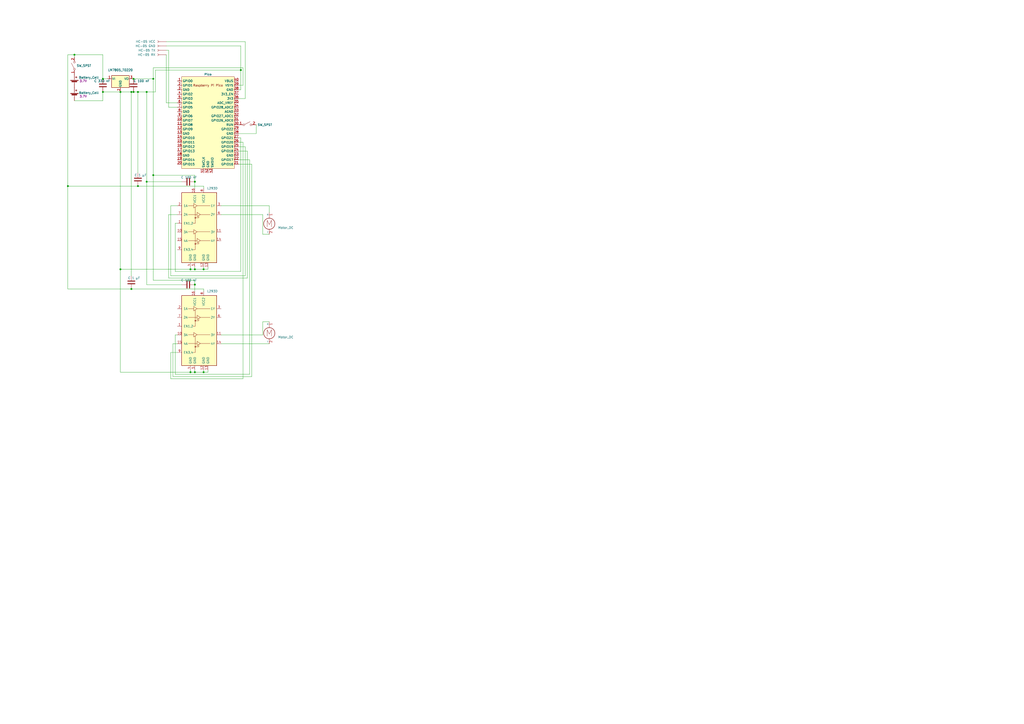
<source format=kicad_sch>
(kicad_sch (version 20211123) (generator eeschema)
  (paper "A2")
  (lib_symbols
    (symbol "Connector:Conn_01x01_Female" (pin_numbers hide) (pin_names (offset 1.016) hide)
      (property "Reference" "J" (at 0 2.54 0))
      (property "Value" "Conn_01x01_Female" (at 0 -2.54 0))
      (symbol "Conn_01x01_Female_1_1"
        (polyline (pts (xy -1.27 0) (xy -0.508 0)) (stroke (width 0.1524)))
        (arc (start 0 0.508) (mid -0.508 0) (end 0 -0.508) (stroke (width 0.1524)))
        (pin passive line (at -5.08 0 0) (length 3.81) (name "Pin_1") (number "1"))
      )
    )
    (symbol "Device:Battery_Cell" (pin_numbers hide) (pin_names (offset 0) hide)
      (property "Reference" "BT" (at 2.54 2.54 0))
      (property "Value" "Battery_Cell" (at 2.54 0 0))
      (symbol "Battery_Cell_0_1"
        (rectangle (start -2.286 1.778) (end 2.286 1.524) (fill (type outline)))
        (rectangle (start -1.5748 1.1938) (end 1.4732 0.6858) (fill (type outline)))
        (polyline (pts (xy 0 0.762) (xy 0 0)))
        (polyline (pts (xy 0 1.778) (xy 0 2.54)))
        (polyline (pts (xy 0.508 3.429) (xy 1.524 3.429)) (stroke (width 0.254)))
        (polyline (pts (xy 1.016 3.937) (xy 1.016 2.921)) (stroke (width 0.254)))
      )
      (symbol "Battery_Cell_1_1"
        (pin passive line (at 0 5.08 270) (length 2.54) (name "+") (number "1"))
        (pin passive line (at 0 -2.54 90) (length 2.54) (name "-") (number "2"))
      )
    )
    (symbol "Device:C" (pin_numbers hide) (pin_names (offset 0.254))
      (property "Reference" "C" (at 0.635 2.54 0))
      (property "Value" "C" (at 0.635 -2.54 0))
      (symbol "C_0_1"
        (polyline (pts (xy -2.032 -0.762) (xy 2.032 -0.762)) (stroke (width 0.508)))
        (polyline (pts (xy -2.032 0.762) (xy 2.032 0.762)) (stroke (width 0.508)))
      )
      (symbol "C_1_1"
        (pin passive line (at 0 3.81 270) (length 2.794) (name "~") (number "1"))
        (pin passive line (at 0 -3.81 90) (length 2.794) (name "~") (number "2"))
      )
    )
    (symbol "Driver_Motor:L293D" (pin_names (offset 1.016))
      (property "Reference" "U" (at -5.08 26.035 0))
      (property "Value" "L293D" (at -5.08 24.13 0))
      (symbol "L293D_0_1"
        (rectangle (start -10.16 22.86) (end 10.16 -17.78) (stroke (width 0.254)) (fill (type background)))
        (circle (center -2.286 -6.858) (radius 0.254) (fill (type outline)))
        (circle (center -2.286 8.255) (radius 0.254) (fill (type outline)))
        (polyline (pts (xy -6.35 -4.953) (xy -1.27 -4.953)))
        (polyline (pts (xy -6.35 0.127) (xy -3.175 0.127)))
        (polyline (pts (xy -6.35 10.16) (xy -1.27 10.16)))
        (polyline (pts (xy -6.35 15.24) (xy -3.175 15.24)))
        (polyline (pts (xy -1.27 0.127) (xy 6.35 0.127)))
        (polyline (pts (xy -1.27 15.24) (xy 6.35 15.24)))
        (polyline (pts (xy 0.635 -4.953) (xy 6.35 -4.953)))
        (polyline (pts (xy 0.635 10.16) (xy 6.35 10.16)))
        (polyline (pts (xy -2.286 -6.858) (xy -0.254 -6.858) (xy -0.254 -5.588)))
        (polyline (pts (xy -2.286 -0.635) (xy -2.286 -10.16) (xy -3.556 -10.16)))
        (polyline (pts (xy -2.286 8.255) (xy -0.254 8.255) (xy -0.254 9.525)))
        (polyline (pts (xy -2.286 14.478) (xy -2.286 5.08) (xy -3.556 5.08)))
        (polyline (pts (xy -3.175 1.397) (xy -3.175 -1.143) (xy -1.27 0.127) (xy -3.175 1.397)))
        (polyline (pts (xy -3.175 16.51) (xy -3.175 13.97) (xy -1.27 15.24) (xy -3.175 16.51)))
        (polyline (pts (xy -1.27 -3.683) (xy -1.27 -6.223) (xy 0.635 -4.953) (xy -1.27 -3.683)))
        (polyline (pts (xy -1.27 11.43) (xy -1.27 8.89) (xy 0.635 10.16) (xy -1.27 11.43)))
      )
      (symbol "L293D_1_1"
        (pin input line (at -12.7 5.08 0) (length 2.54) (name "EN1,2") (number "1"))
        (pin input line (at -12.7 0 0) (length 2.54) (name "3A") (number "10"))
        (pin output line (at 12.7 0 180) (length 2.54) (name "3Y") (number "11"))
        (pin power_in line (at 2.54 -20.32 90) (length 2.54) (name "GND") (number "12"))
        (pin power_in line (at 5.08 -20.32 90) (length 2.54) (name "GND") (number "13"))
        (pin output line (at 12.7 -5.08 180) (length 2.54) (name "4Y") (number "14"))
        (pin input line (at -12.7 -5.08 0) (length 2.54) (name "4A") (number "15"))
        (pin power_in line (at -2.54 25.4 270) (length 2.54) (name "VCC1") (number "16"))
        (pin input line (at -12.7 15.24 0) (length 2.54) (name "1A") (number "2"))
        (pin output line (at 12.7 15.24 180) (length 2.54) (name "1Y") (number "3"))
        (pin power_in line (at -5.08 -20.32 90) (length 2.54) (name "GND") (number "4"))
        (pin power_in line (at -2.54 -20.32 90) (length 2.54) (name "GND") (number "5"))
        (pin output line (at 12.7 10.16 180) (length 2.54) (name "2Y") (number "6"))
        (pin input line (at -12.7 10.16 0) (length 2.54) (name "2A") (number "7"))
        (pin power_in line (at 2.54 25.4 270) (length 2.54) (name "VCC2") (number "8"))
        (pin input line (at -12.7 -10.16 0) (length 2.54) (name "EN3,4") (number "9"))
      )
    )
    (symbol "MCU_RaspberryPi_and_Boards:Pico"
      (property "Reference" "U" (at -13.97 27.94 0))
      (property "Value" "Pico" (at 0 19.05 0))
      (symbol "Pico_0_0"
        (text "Raspberry Pi Pico" (at 0 21.59 0) (effects (font (size 1.27 1.27))))
      )
      (symbol "Pico_0_1"
        (rectangle (start -15.24 26.67) (end 15.24 -26.67) (fill (type background)))
      )
      (symbol "Pico_1_1"
        (pin bidirectional line (at -17.78 24.13 0) (length 2.54) (name "GPIO0") (number "1"))
        (pin bidirectional line (at -17.78 1.27 0) (length 2.54) (name "GPIO7") (number "10"))
        (pin bidirectional line (at -17.78 -1.27 0) (length 2.54) (name "GPIO8") (number "11"))
        (pin bidirectional line (at -17.78 -3.81 0) (length 2.54) (name "GPIO9") (number "12"))
        (pin power_in line (at -17.78 -6.35 0) (length 2.54) (name "GND") (number "13"))
        (pin bidirectional line (at -17.78 -8.89 0) (length 2.54) (name "GPIO10") (number "14"))
        (pin bidirectional line (at -17.78 -11.43 0) (length 2.54) (name "GPIO11") (number "15"))
        (pin bidirectional line (at -17.78 -13.97 0) (length 2.54) (name "GPIO12") (number "16"))
        (pin bidirectional line (at -17.78 -16.51 0) (length 2.54) (name "GPIO13") (number "17"))
        (pin power_in line (at -17.78 -19.05 0) (length 2.54) (name "GND") (number "18"))
        (pin bidirectional line (at -17.78 -21.59 0) (length 2.54) (name "GPIO14") (number "19"))
        (pin bidirectional line (at -17.78 21.59 0) (length 2.54) (name "GPIO1") (number "2"))
        (pin bidirectional line (at -17.78 -24.13 0) (length 2.54) (name "GPIO15") (number "20"))
        (pin bidirectional line (at 17.78 -24.13 180) (length 2.54) (name "GPIO16") (number "21"))
        (pin bidirectional line (at 17.78 -21.59 180) (length 2.54) (name "GPIO17") (number "22"))
        (pin power_in line (at 17.78 -19.05 180) (length 2.54) (name "GND") (number "23"))
        (pin bidirectional line (at 17.78 -16.51 180) (length 2.54) (name "GPIO18") (number "24"))
        (pin bidirectional line (at 17.78 -13.97 180) (length 2.54) (name "GPIO19") (number "25"))
        (pin bidirectional line (at 17.78 -11.43 180) (length 2.54) (name "GPIO20") (number "26"))
        (pin bidirectional line (at 17.78 -8.89 180) (length 2.54) (name "GPIO21") (number "27"))
        (pin power_in line (at 17.78 -6.35 180) (length 2.54) (name "GND") (number "28"))
        (pin bidirectional line (at 17.78 -3.81 180) (length 2.54) (name "GPIO22") (number "29"))
        (pin power_in line (at -17.78 19.05 0) (length 2.54) (name "GND") (number "3"))
        (pin input line (at 17.78 -1.27 180) (length 2.54) (name "RUN") (number "30"))
        (pin bidirectional line (at 17.78 1.27 180) (length 2.54) (name "GPIO26_ADC0") (number "31"))
        (pin bidirectional line (at 17.78 3.81 180) (length 2.54) (name "GPIO27_ADC1") (number "32"))
        (pin power_in line (at 17.78 6.35 180) (length 2.54) (name "AGND") (number "33"))
        (pin bidirectional line (at 17.78 8.89 180) (length 2.54) (name "GPIO28_ADC2") (number "34"))
        (pin power_in line (at 17.78 11.43 180) (length 2.54) (name "ADC_VREF") (number "35"))
        (pin power_in line (at 17.78 13.97 180) (length 2.54) (name "3V3") (number "36"))
        (pin input line (at 17.78 16.51 180) (length 2.54) (name "3V3_EN") (number "37"))
        (pin bidirectional line (at 17.78 19.05 180) (length 2.54) (name "GND") (number "38"))
        (pin power_in line (at 17.78 21.59 180) (length 2.54) (name "VSYS") (number "39"))
        (pin bidirectional line (at -17.78 16.51 0) (length 2.54) (name "GPIO2") (number "4"))
        (pin power_in line (at 17.78 24.13 180) (length 2.54) (name "VBUS") (number "40"))
        (pin input line (at -2.54 -29.21 90) (length 2.54) (name "SWCLK") (number "41"))
        (pin power_in line (at 0 -29.21 90) (length 2.54) (name "GND") (number "42"))
        (pin bidirectional line (at 2.54 -29.21 90) (length 2.54) (name "SWDIO") (number "43"))
        (pin bidirectional line (at -17.78 13.97 0) (length 2.54) (name "GPIO3") (number "5"))
        (pin bidirectional line (at -17.78 11.43 0) (length 2.54) (name "GPIO4") (number "6"))
        (pin bidirectional line (at -17.78 8.89 0) (length 2.54) (name "GPIO5") (number "7"))
        (pin power_in line (at -17.78 6.35 0) (length 2.54) (name "GND") (number "8"))
        (pin bidirectional line (at -17.78 3.81 0) (length 2.54) (name "GPIO6") (number "9"))
      )
    )
    (symbol "Motor:Motor_DC" (pin_names (offset 0))
      (property "Reference" "M" (at 2.54 2.54 0))
      (property "Value" "Motor_DC" (at 2.54 -5.08 0))
      (symbol "Motor_DC_0_0"
        (polyline (pts (xy -1.27 -3.302) (xy -1.27 0.508) (xy 0 -2.032) (xy 1.27 0.508) (xy 1.27 -3.302)))
      )
      (symbol "Motor_DC_0_1"
        (circle (center 0 -1.524) (radius 3.2512) (stroke (width 0.254)))
        (polyline (pts (xy 0 -7.62) (xy 0 -7.112)))
        (polyline (pts (xy 0 -4.7752) (xy 0 -5.1816)))
        (polyline (pts (xy 0 1.7272) (xy 0 2.0828)))
        (polyline (pts (xy 0 2.032) (xy 0 2.54)))
      )
      (symbol "Motor_DC_1_1"
        (pin passive line (at 0 5.08 270) (length 2.54) (name "+") (number "1"))
        (pin passive line (at 0 -7.62 90) (length 2.54) (name "-") (number "2"))
      )
    )
    (symbol "Regulator_Linear:LM7805_TO220" (pin_names (offset 0.254))
      (property "Reference" "U" (at -3.81 3.175 0))
      (property "Value" "LM7805_TO220" (at 0 3.175 0))
      (symbol "LM7805_TO220_0_1"
        (rectangle (start -5.08 1.905) (end 5.08 -5.08) (stroke (width 0.254)) (fill (type background)))
      )
      (symbol "LM7805_TO220_1_1"
        (pin power_in line (at -7.62 0 0) (length 2.54) (name "VI") (number "1"))
        (pin power_in line (at 0 -7.62 90) (length 2.54) (name "GND") (number "2"))
        (pin power_out line (at 7.62 0 180) (length 2.54) (name "VO") (number "3"))
      )
    )
    (symbol "Switch:SW_SPST" (pin_names (offset 0) hide)
      (property "Reference" "SW" (at 0 3.175 0))
      (property "Value" "SW_SPST" (at 0 -2.54 0))
      (symbol "SW_SPST_0_0"
        (circle (center -2.032 0) (radius 0.508))
        (polyline (pts (xy -1.524 0.254) (xy 1.524 1.778)))
        (circle (center 2.032 0) (radius 0.508))
      )
      (symbol "SW_SPST_1_1"
        (pin passive line (at -5.08 0 0) (length 2.54) (name "A") (number "1"))
        (pin passive line (at 5.08 0 180) (length 2.54) (name "B") (number "2"))
      )
    )
  )
  (junction (at 118.11 156.21))
  (junction (at 76.2 53.34))
  (junction (at 88.9 45.72))
  (junction (at 118.11 215.9))
  (junction (at 110.49 156.21))
  (junction (at 76.2 167.64))
  (junction (at 43.18 31.75))
  (junction (at 59.69 53.34))
  (junction (at 88.9 101.6))
  (junction (at 85.09 53.34))
  (junction (at 59.69 45.72))
  (junction (at 39.37 107.95))
  (junction (at 80.01 53.34))
  (junction (at 85.09 105.41))
  (junction (at 69.85 53.34))
  (junction (at 113.03 165.1))
  (junction (at 139.7 40.64))
  (junction (at 77.47 45.72))
  (junction (at 113.03 156.21))
  (junction (at 77.47 53.34))
  (junction (at 69.85 156.21))
  (junction (at 113.03 105.41))
  (junction (at 110.49 215.9))
  (junction (at 113.03 215.9))
  (junction (at 80.01 107.95))
  (wire (pts (xy 101.6 157.48) (xy 101.6 129.54)))
  (wire (pts (xy 120.65 154.94) (xy 120.65 156.21)))
  (wire (pts (xy 99.06 219.71) (xy 140.97 219.71)))
  (wire (pts (xy 148.59 77.47) (xy 138.43 77.47)))
  (wire (pts (xy 152.4 186.69) (xy 156.21 186.69)))
  (wire (pts (xy 80.01 53.34) (xy 80.01 100.33)))
  (wire (pts (xy 69.85 156.21) (xy 69.85 53.34)))
  (wire (pts (xy 140.97 82.55) (xy 140.97 219.71)))
  (wire (pts (xy 156.21 119.38) (xy 156.21 123.19)))
  (wire (pts (xy 138.43 95.25) (xy 146.05 95.25)))
  (wire (pts (xy 69.85 215.9) (xy 69.85 156.21)))
  (wire (pts (xy 97.79 124.46) (xy 102.87 124.46)))
  (wire (pts (xy 96.52 26.67) (xy 139.7 26.67)))
  (wire (pts (xy 118.11 215.9) (xy 113.03 215.9)))
  (wire (pts (xy 113.03 105.41) (xy 113.03 109.22)))
  (wire (pts (xy 113.03 154.94) (xy 113.03 156.21)))
  (wire (pts (xy 88.9 39.37) (xy 88.9 45.72)))
  (wire (pts (xy 110.49 215.9) (xy 69.85 215.9)))
  (wire (pts (xy 142.24 160.02) (xy 99.06 160.02)))
  (wire (pts (xy 138.43 87.63) (xy 143.51 87.63)))
  (wire (pts (xy 113.03 101.6) (xy 113.03 105.41)))
  (wire (pts (xy 110.49 156.21) (xy 69.85 156.21)))
  (wire (pts (xy 113.03 162.56) (xy 113.03 165.1)))
  (wire (pts (xy 142.24 57.15) (xy 138.43 57.15)))
  (wire (pts (xy 113.03 215.9) (xy 110.49 215.9)))
  (wire (pts (xy 88.9 101.6) (xy 88.9 162.56)))
  (wire (pts (xy 118.11 154.94) (xy 118.11 156.21)))
  (wire (pts (xy 85.09 53.34) (xy 80.01 53.34)))
  (wire (pts (xy 80.01 107.95) (xy 118.11 107.95)))
  (wire (pts (xy 101.6 129.54) (xy 102.87 129.54)))
  (wire (pts (xy 139.7 26.67) (xy 139.7 40.64)))
  (wire (pts (xy 59.69 45.72) (xy 62.23 45.72)))
  (wire (pts (xy 110.49 156.21) (xy 113.03 156.21)))
  (wire (pts (xy 43.18 31.75) (xy 39.37 31.75)))
  (wire (pts (xy 102.87 194.31) (xy 101.6 194.31)))
  (wire (pts (xy 39.37 107.95) (xy 80.01 107.95)))
  (wire (pts (xy 142.24 85.09) (xy 142.24 160.02)))
  (wire (pts (xy 142.24 24.13) (xy 142.24 57.15)))
  (wire (pts (xy 139.7 157.48) (xy 101.6 157.48)))
  (wire (pts (xy 88.9 101.6) (xy 113.03 101.6)))
  (wire (pts (xy 90.17 40.64) (xy 90.17 53.34)))
  (wire (pts (xy 100.33 218.44) (xy 146.05 218.44)))
  (wire (pts (xy 97.79 29.21) (xy 96.52 29.21)))
  (wire (pts (xy 120.65 215.9) (xy 118.11 215.9)))
  (wire (pts (xy 59.69 53.34) (xy 69.85 53.34)))
  (wire (pts (xy 113.03 165.1) (xy 113.03 168.91)))
  (wire (pts (xy 97.79 62.23) (xy 97.79 29.21)))
  (wire (pts (xy 110.49 214.63) (xy 110.49 215.9)))
  (wire (pts (xy 99.06 160.02) (xy 99.06 119.38)))
  (wire (pts (xy 76.2 53.34) (xy 76.2 160.02)))
  (wire (pts (xy 143.51 161.29) (xy 97.79 161.29)))
  (wire (pts (xy 76.2 53.34) (xy 77.47 53.34)))
  (wire (pts (xy 152.4 135.89) (xy 156.21 135.89)))
  (wire (pts (xy 146.05 95.25) (xy 146.05 218.44)))
  (wire (pts (xy 59.69 31.75) (xy 59.69 45.72)))
  (wire (pts (xy 113.03 156.21) (xy 118.11 156.21)))
  (wire (pts (xy 77.47 45.72) (xy 88.9 45.72)))
  (wire (pts (xy 59.69 58.42) (xy 59.69 53.34)))
  (wire (pts (xy 138.43 92.71) (xy 144.78 92.71)))
  (wire (pts (xy 152.4 124.46) (xy 152.4 135.89)))
  (wire (pts (xy 97.79 161.29) (xy 97.79 124.46)))
  (wire (pts (xy 105.41 165.1) (xy 85.09 165.1)))
  (wire (pts (xy 101.6 217.17) (xy 144.78 217.17)))
  (wire (pts (xy 101.6 194.31) (xy 101.6 217.17)))
  (wire (pts (xy 139.7 80.01) (xy 139.7 157.48)))
  (wire (pts (xy 152.4 194.31) (xy 152.4 186.69)))
  (wire (pts (xy 105.41 105.41) (xy 85.09 105.41)))
  (wire (pts (xy 39.37 31.75) (xy 39.37 107.95)))
  (wire (pts (xy 39.37 167.64) (xy 39.37 107.95)))
  (wire (pts (xy 85.09 165.1) (xy 85.09 105.41)))
  (wire (pts (xy 138.43 49.53) (xy 140.97 49.53)))
  (wire (pts (xy 43.18 31.75) (xy 43.18 33.02)))
  (wire (pts (xy 69.85 53.34) (xy 76.2 53.34)))
  (wire (pts (xy 102.87 199.39) (xy 100.33 199.39)))
  (wire (pts (xy 113.03 214.63) (xy 113.03 215.9)))
  (wire (pts (xy 144.78 92.71) (xy 144.78 217.17)))
  (wire (pts (xy 99.06 204.47) (xy 99.06 219.71)))
  (wire (pts (xy 128.27 199.39) (xy 156.21 199.39)))
  (wire (pts (xy 76.2 167.64) (xy 39.37 167.64)))
  (wire (pts (xy 148.59 72.39) (xy 148.59 77.47)))
  (wire (pts (xy 99.06 119.38) (xy 102.87 119.38)))
  (wire (pts (xy 43.18 31.75) (xy 59.69 31.75)))
  (wire (pts (xy 139.7 52.07) (xy 139.7 40.64)))
  (wire (pts (xy 96.52 59.69) (xy 96.52 31.75)))
  (wire (pts (xy 128.27 124.46) (xy 152.4 124.46)))
  (wire (pts (xy 118.11 167.64) (xy 118.11 168.91)))
  (wire (pts (xy 88.9 45.72) (xy 88.9 101.6)))
  (wire (pts (xy 110.49 154.94) (xy 110.49 156.21)))
  (wire (pts (xy 138.43 85.09) (xy 142.24 85.09)))
  (wire (pts (xy 118.11 156.21) (xy 120.65 156.21)))
  (wire (pts (xy 118.11 214.63) (xy 118.11 215.9)))
  (wire (pts (xy 100.33 199.39) (xy 100.33 218.44)))
  (wire (pts (xy 128.27 119.38) (xy 156.21 119.38)))
  (wire (pts (xy 76.2 167.64) (xy 118.11 167.64)))
  (wire (pts (xy 139.7 40.64) (xy 90.17 40.64)))
  (wire (pts (xy 138.43 80.01) (xy 139.7 80.01)))
  (wire (pts (xy 43.18 58.42) (xy 59.69 58.42)))
  (wire (pts (xy 85.09 105.41) (xy 85.09 53.34)))
  (wire (pts (xy 102.87 204.47) (xy 99.06 204.47)))
  (wire (pts (xy 85.09 53.34) (xy 90.17 53.34)))
  (wire (pts (xy 118.11 107.95) (xy 118.11 109.22)))
  (wire (pts (xy 102.87 62.23) (xy 97.79 62.23)))
  (wire (pts (xy 120.65 214.63) (xy 120.65 215.9)))
  (wire (pts (xy 96.52 24.13) (xy 142.24 24.13)))
  (wire (pts (xy 140.97 49.53) (xy 140.97 39.37)))
  (wire (pts (xy 128.27 194.31) (xy 152.4 194.31)))
  (wire (pts (xy 138.43 52.07) (xy 139.7 52.07)))
  (wire (pts (xy 138.43 82.55) (xy 140.97 82.55)))
  (wire (pts (xy 140.97 39.37) (xy 88.9 39.37)))
  (wire (pts (xy 88.9 162.56) (xy 113.03 162.56)))
  (wire (pts (xy 80.01 53.34) (xy 77.47 53.34)))
  (wire (pts (xy 102.87 59.69) (xy 96.52 59.69)))
  (wire (pts (xy 143.51 87.63) (xy 143.51 161.29)))
  (symbol (lib_id "Switch:SW_SPST") (at 43.18 38.1 90) (unit 1)
    (property "Reference" "SW?" (effects hide))
    (property "Value" "SW_SPST" (at 44.45 38.0999 90) (effects (justify right)))
  )
  (symbol (lib_id "Device:Battery_Cell") (at 43.18 55.88 0) (unit 1)
    (property "Reference" "BT?" (effects hide))
    (property "Value" "Battery_Cell" (at 45.72 53.8479 0) (effects (justify left)))
    (property "Voltage" "3.7V" (at 48.26 55.88 0))
  )
  (symbol (lib_id "Driver_Motor:L293D") (at 115.57 134.62 0) (unit 1)
    (property "Reference" "U?" (effects hide))
    (property "Value" "L293D" (at 120.1294 109.22 0) (effects (justify left)))
    (property "Footprint" "Package_DIP:DIP-16_W7.62mm" (effects hide))
    (property "Datasheet" "http://www.ti.com/lit/ds/symlink/l293.pdf" (effects hide))
  )
  (symbol (lib_id "Driver_Motor:L293D") (at 115.57 194.31 0) (unit 1)
    (property "Reference" "U?" (effects hide))
    (property "Value" "L293D" (at 120.1294 168.91 0) (effects (justify left)))
    (property "Footprint" "Package_DIP:DIP-16_W7.62mm" (effects hide))
    (property "Datasheet" "http://www.ti.com/lit/ds/symlink/l293.pdf" (effects hide))
  )
  (symbol (lib_id "Device:C") (at 59.69 49.53 0) (unit 1)
    (property "Reference" "C?" (effects hide))
    (property "Value" "C 330 nF" (at 54.61 46.99 0) (effects (justify left)))
  )
  (symbol (lib_id "Device:C") (at 109.22 105.41 90) (unit 1)
    (property "Reference" "C?" (effects hide))
    (property "Value" "C 100 nF" (at 114.3 102.87 90) (effects (justify left)))
  )
  (symbol (lib_id "Connector:Conn_01x01_Female") (at 91.44 31.75 180) (unit 1)
    (property "Reference" "J?" (effects hide))
    (property "Value" "HC-05 RX" (at 90.17 31.75 0) (effects (justify left)))
  )
  (symbol (lib_id "Connector:Conn_01x01_Female") (at 91.44 26.67 180) (unit 1)
    (property "Reference" "J?" (effects hide))
    (property "Value" "HC-05 GND" (at 90.17 26.67 0) (effects (justify left)))
  )
  (symbol (lib_id "Regulator_Linear:LM7805_TO220") (at 69.85 45.72 0) (unit 1)
    (property "Reference" "U?" (effects hide))
    (property "Value" "LM7805_TO220" (at 69.85 40.64 0))
    (property "Footprint" "Package_TO_SOT_THT:TO-220-3_Vertical" (effects hide))
    (property "Datasheet" "https://www.onsemi.cn/PowerSolutions/document/MC7800-D.PDF" (effects hide))
  )
  (symbol (lib_id "Device:Battery_Cell") (at 43.18 48.26 0) (unit 1)
    (property "Reference" "BT?" (effects hide))
    (property "Value" "Battery_Cell" (at 45.72 44.9579 0) (effects (justify left)))
    (property "Voltage" "3.7V" (at 48.26 46.99 0))
  )
  (symbol (lib_id "Motor:Motor_DC") (at 156.21 191.77 0) (unit 1)
    (property "Reference" "M?" (effects hide))
    (property "Value" "Motor_DC" (at 161.29 195.5799 0) (effects (justify left)))
  )
  (symbol (lib_id "Device:C") (at 80.01 104.14 180) (unit 1)
    (property "Reference" "C?" (effects hide))
    (property "Value" "C 1 µF" (at 85.09 101.6 0) (effects (justify left)))
  )
  (symbol (lib_id "Connector:Conn_01x01_Female") (at 91.44 24.13 180) (unit 1)
    (property "Reference" "J?" (effects hide))
    (property "Value" "HC-05 VCC" (at 90.17 24.13 0) (effects (justify left)))
  )
  (symbol (lib_id "Device:C") (at 77.47 49.53 0) (unit 1)
    (property "Reference" "C?" (effects hide))
    (property "Value" "C 100 nF" (at 77.47 46.99 0) (effects (justify left)))
  )
  (symbol (lib_id "MCU_RaspberryPi_and_Boards:Pico") (at 120.65 71.12 0) (unit 1)
    (property "Reference" "U?" (effects hide))
    (property "Value" "Pico" (at 120.65 43.18 0))
    (property "Footprint" "RPi_Pico:RPi_Pico_SMD_TH" (effects hide))
  )
  (symbol (lib_id "Switch:SW_SPST") (at 143.51 72.39 0) (unit 1)
    (property "Reference" "SW?" (effects hide))
    (property "Value" "SW_SPST" (at 153.67 72.39 0))
  )
  (symbol (lib_id "Connector:Conn_01x01_Female") (at 91.44 29.21 180) (unit 1)
    (property "Reference" "J?" (effects hide))
    (property "Value" "HC-05 TX" (at 90.17 29.21 0) (effects (justify left)))
  )
  (symbol (lib_id "Device:C") (at 76.2 163.83 180) (unit 1)
    (property "Reference" "C?" (effects hide))
    (property "Value" "C 1 µF" (at 81.28 161.29 0) (effects (justify left)))
  )
  (symbol (lib_id "Motor:Motor_DC") (at 156.21 128.27 0) (unit 1)
    (property "Reference" "M?" (effects hide))
    (property "Value" "Motor_DC" (at 161.29 132.0799 0) (effects (justify left)))
  )
  (symbol (lib_id "Device:C") (at 109.22 165.1 90) (unit 1)
    (property "Reference" "C?" (effects hide))
    (property "Value" "C 100 nF" (at 114.3 162.56 90) (effects (justify left)))
  )
)
</source>
